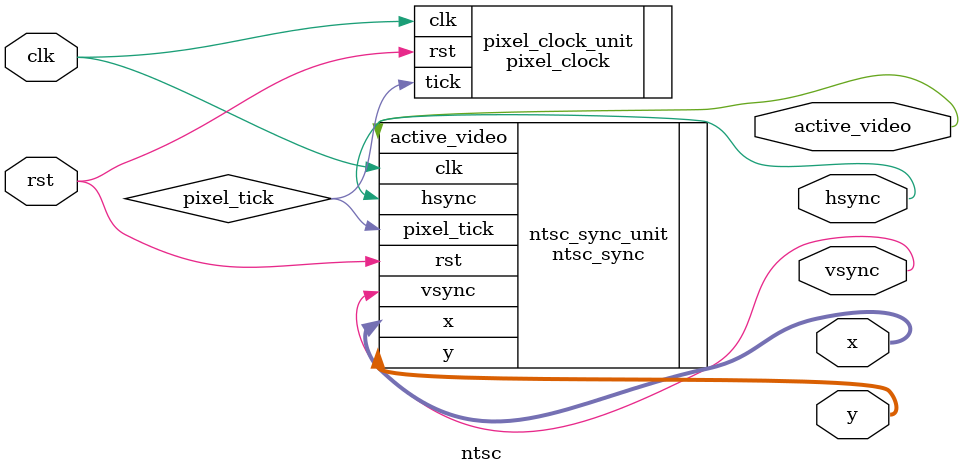
<source format=v>

module ntsc
    (
    input wire clk,
    input wire rst,
    
    output wire [9:0] x,
    output wire [8:0] y,
    
    output wire active_video,
    
    output wire hsync,
    output wire vsync
    );
    
    
// SIGNAL DECLARATION //////////////////////////////////////////////////////////
    
    wire pixel_tick;
    
    
// MODULES /////////////////////////////////////////////////////////////////////

    // Generate a 12.5 MHZ pixel clock tick
    pixel_clock pixel_clock_unit
        (
        .clk(clk),
        .rst(rst),
        .tick(pixel_tick)
        );
    
    // NTSC sync and pixel generator
    ntsc_sync ntsc_sync_unit
        (
        .clk(clk),
        .rst(rst),
        .pixel_tick(pixel_tick),
        .x(x),
        .y(y),
        .active_video(active_video),
        .hsync(hsync),
        .vsync(vsync)
        );

endmodule

</source>
